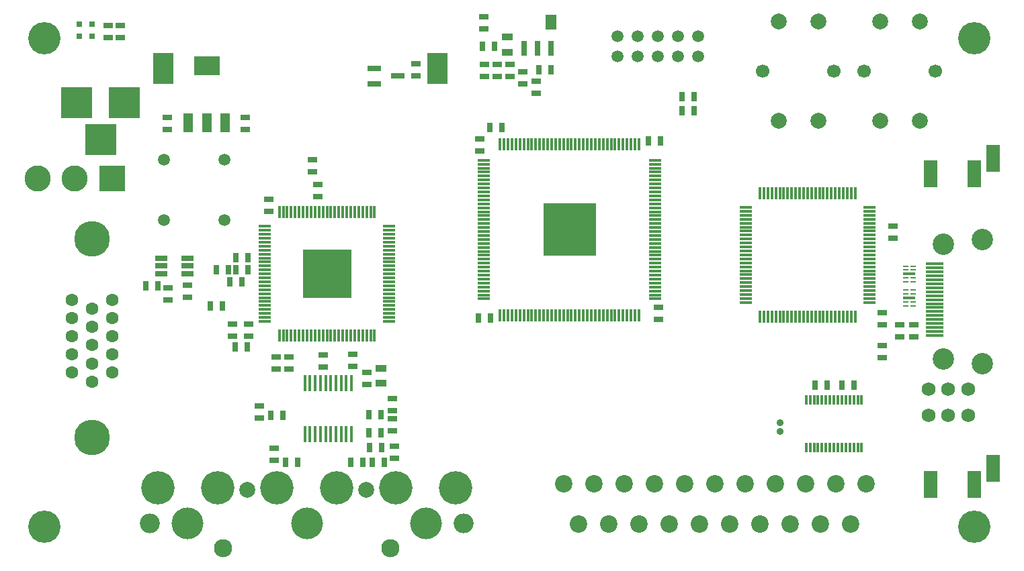
<source format=gts>
G04 #@! TF.FileFunction,Soldermask,Top*
%FSLAX46Y46*%
G04 Gerber Fmt 4.6, Leading zero omitted, Abs format (unit mm)*
G04 Created by KiCad (PCBNEW 4.0.5+dfsg1-4) date Mon Jul  3 23:41:30 2017*
%MOMM*%
%LPD*%
G01*
G04 APERTURE LIST*
%ADD10C,0.150000*%
%ADD11R,0.300000X1.200000*%
%ADD12R,0.700000X1.900000*%
%ADD13R,1.400000X1.900000*%
%ADD14C,1.506220*%
%ADD15C,4.064000*%
%ADD16C,1.500000*%
%ADD17R,1.560000X0.650000*%
%ADD18C,1.600000*%
%ADD19C,4.500000*%
%ADD20R,1.200000X2.400000*%
%ADD21R,3.300000X2.400000*%
%ADD22R,1.800860X0.800100*%
%ADD23R,0.400000X2.000000*%
%ADD24R,0.300000X1.600000*%
%ADD25R,1.600000X0.300000*%
%ADD26C,2.200000*%
%ADD27C,2.000000*%
%ADD28C,1.700000*%
%ADD29C,2.300000*%
%ADD30C,4.200000*%
%ADD31C,4.000000*%
%ADD32O,2.500000X2.500000*%
%ADD33R,4.000000X4.000000*%
%ADD34R,0.797560X0.797560*%
%ADD35R,1.397000X0.889000*%
%ADD36R,1.143000X0.635000*%
%ADD37R,0.635000X1.143000*%
%ADD38R,1.700000X3.500000*%
%ADD39R,3.300000X3.300000*%
%ADD40C,3.300000*%
%ADD41R,2.500000X4.000000*%
%ADD42R,6.700000X6.700000*%
%ADD43C,0.690000*%
%ADD44R,6.200000X6.200000*%
%ADD45C,2.700000*%
%ADD46R,2.200000X0.300000*%
%ADD47C,1.750000*%
%ADD48R,1.600000X0.400000*%
%ADD49R,0.700000X0.200000*%
%ADD50C,0.900000*%
G04 APERTURE END LIST*
D10*
D11*
X107122000Y-72230000D03*
X107622000Y-72230000D03*
X108122000Y-72230000D03*
X108622000Y-72230000D03*
X109122000Y-72230000D03*
X109622000Y-72230000D03*
X110122000Y-72230000D03*
X110622000Y-72230000D03*
X111122000Y-72230000D03*
X111622000Y-72230000D03*
X112122000Y-72230000D03*
X112622000Y-72230000D03*
X113122000Y-72230000D03*
X113622000Y-72230000D03*
X114122000Y-72230000D03*
X114122000Y-66230000D03*
X113622000Y-66230000D03*
X113122000Y-66230000D03*
X112622000Y-66230000D03*
X112122000Y-66230000D03*
X111622000Y-66230000D03*
X111122000Y-66230000D03*
X110622000Y-66230000D03*
X110122000Y-66230000D03*
X109622000Y-66230000D03*
X109122000Y-66230000D03*
X108622000Y-66230000D03*
X108122000Y-66230000D03*
X107622000Y-66230000D03*
X107122000Y-66230000D03*
D12*
X74964100Y-21860500D03*
X73264100Y-21860500D03*
X71564100Y-21860500D03*
D13*
X74944100Y-18510500D03*
D14*
X93480000Y-20320000D03*
X93480000Y-22860000D03*
X90940000Y-20320000D03*
X90940000Y-22860000D03*
X88400000Y-20320000D03*
X88400000Y-22860000D03*
X85860000Y-20320000D03*
X85860000Y-22860000D03*
X83320000Y-20320000D03*
X83320000Y-22860000D03*
D15*
X11130000Y-20600000D03*
X11130000Y-82200000D03*
X128300000Y-82200000D03*
X128300000Y-20600000D03*
D16*
X33804500Y-43509300D03*
X33804500Y-35889300D03*
X26184500Y-35889300D03*
X26184500Y-43509300D03*
D17*
X29143300Y-49287800D03*
X25843300Y-48337800D03*
X25843300Y-49287800D03*
X25843300Y-50237800D03*
X29143300Y-50237800D03*
X29143300Y-48337800D03*
D18*
X17155500Y-59295400D03*
X17155500Y-57005400D03*
X17155500Y-54715400D03*
X19695500Y-62735400D03*
X19695500Y-60445400D03*
X19695500Y-58155400D03*
X19695500Y-55865400D03*
X19695500Y-53575400D03*
X17155500Y-63875400D03*
X17155500Y-61585400D03*
X14615500Y-62735400D03*
X14615500Y-60445400D03*
X14615500Y-58155400D03*
X14615500Y-55865400D03*
X14615500Y-53575400D03*
D19*
X17155500Y-70915400D03*
X17155500Y-45915400D03*
D20*
X31577000Y-31256000D03*
X29277000Y-31256000D03*
X33877000Y-31256000D03*
D21*
X31577000Y-24056000D03*
D22*
X52691860Y-24379000D03*
X52691860Y-26279000D03*
X55694140Y-25329000D03*
D23*
X43963000Y-70544000D03*
X44613000Y-70544000D03*
X45263000Y-70544000D03*
X45913000Y-70544000D03*
X46563000Y-70544000D03*
X47213000Y-70544000D03*
X47863000Y-70544000D03*
X48513000Y-70544000D03*
X49163000Y-70544000D03*
X49813000Y-70544000D03*
X49813000Y-64104000D03*
X49163000Y-64104000D03*
X48513000Y-64104000D03*
X47863000Y-64104000D03*
X47213000Y-64104000D03*
X46563000Y-64104000D03*
X45913000Y-64104000D03*
X45263000Y-64104000D03*
X44613000Y-64104000D03*
X43963000Y-64104000D03*
D24*
X101300000Y-55700000D03*
X101800000Y-55700000D03*
X102300000Y-55700000D03*
X102800000Y-55700000D03*
X103300000Y-55700000D03*
X103800000Y-55700000D03*
X104300000Y-55700000D03*
X104800000Y-55700000D03*
X105300000Y-55700000D03*
X105800000Y-55700000D03*
X106300000Y-55700000D03*
X106800000Y-55700000D03*
X107300000Y-55700000D03*
X107800000Y-55700000D03*
X108300000Y-55700000D03*
X108800000Y-55700000D03*
X109300000Y-55700000D03*
X109800000Y-55700000D03*
X110300000Y-55700000D03*
X110800000Y-55700000D03*
X111300000Y-55700000D03*
X111800000Y-55700000D03*
X112300000Y-55700000D03*
X112800000Y-55700000D03*
X113300000Y-55700000D03*
D25*
X115100000Y-53900000D03*
X115100000Y-53400000D03*
X115100000Y-52900000D03*
X115100000Y-52400000D03*
X115100000Y-51900000D03*
X115100000Y-51400000D03*
X115100000Y-50900000D03*
X115100000Y-50400000D03*
X115100000Y-49900000D03*
X115100000Y-49400000D03*
X115100000Y-48900000D03*
X115100000Y-48400000D03*
X115100000Y-47900000D03*
X115100000Y-47400000D03*
X115100000Y-46900000D03*
X115100000Y-46400000D03*
X115100000Y-45900000D03*
X115100000Y-45400000D03*
X115100000Y-44900000D03*
X115100000Y-44400000D03*
X115100000Y-43900000D03*
X115100000Y-43400000D03*
X115100000Y-42900000D03*
X115100000Y-42400000D03*
X115100000Y-41900000D03*
D24*
X113300000Y-40100000D03*
X112800000Y-40100000D03*
X112300000Y-40100000D03*
X111800000Y-40100000D03*
X111300000Y-40100000D03*
X110800000Y-40100000D03*
X110300000Y-40100000D03*
X109800000Y-40100000D03*
X109300000Y-40100000D03*
X108800000Y-40100000D03*
X108300000Y-40100000D03*
X107800000Y-40100000D03*
X107300000Y-40100000D03*
X106800000Y-40100000D03*
X106300000Y-40100000D03*
X105800000Y-40100000D03*
X105300000Y-40100000D03*
X104800000Y-40100000D03*
X104300000Y-40100000D03*
X103800000Y-40100000D03*
X103300000Y-40100000D03*
X102800000Y-40100000D03*
X102300000Y-40100000D03*
X101800000Y-40100000D03*
X101300000Y-40100000D03*
D25*
X99500000Y-41900000D03*
X99500000Y-42400000D03*
X99500000Y-42900000D03*
X99500000Y-43400000D03*
X99500000Y-43900000D03*
X99500000Y-44400000D03*
X99500000Y-44900000D03*
X99500000Y-45400000D03*
X99500000Y-45900000D03*
X99500000Y-46400000D03*
X99500000Y-46900000D03*
X99500000Y-47400000D03*
X99500000Y-47900000D03*
X99500000Y-48400000D03*
X99500000Y-48900000D03*
X99500000Y-49400000D03*
X99500000Y-49900000D03*
X99500000Y-50400000D03*
X99500000Y-50900000D03*
X99500000Y-51400000D03*
X99500000Y-51900000D03*
X99500000Y-52400000D03*
X99500000Y-52900000D03*
X99500000Y-53400000D03*
X99500000Y-53900000D03*
D26*
X112754600Y-81821200D03*
X110849600Y-76741200D03*
X108944600Y-81821200D03*
X107039600Y-76741200D03*
X105134600Y-81821200D03*
X103229600Y-76741200D03*
X101324600Y-81821200D03*
X99419600Y-76741200D03*
X97514600Y-81821200D03*
X95609600Y-76741200D03*
X93704600Y-81821200D03*
X91799600Y-76741200D03*
X78464600Y-81821200D03*
X87989600Y-76741200D03*
X89894600Y-81821200D03*
X84179600Y-76741200D03*
X86084600Y-81821200D03*
X80369600Y-76741200D03*
X82274600Y-81821200D03*
X76559600Y-76741200D03*
X114659600Y-76741200D03*
D27*
X103631000Y-18450000D03*
X108631000Y-18450000D03*
X103631000Y-30950000D03*
X108631000Y-30950000D03*
D28*
X110631000Y-24700000D03*
X101631000Y-24700000D03*
D27*
X116418000Y-18450000D03*
X121418000Y-18450000D03*
X116418000Y-30950000D03*
X121418000Y-30950000D03*
D28*
X123418000Y-24700000D03*
X114418000Y-24700000D03*
D27*
X51696000Y-77576200D03*
X36696000Y-77576200D03*
D29*
X33662620Y-84920720D03*
X54729380Y-84920720D03*
D30*
X55446000Y-77276200D03*
X62946000Y-77276200D03*
X25446000Y-77276200D03*
X32946000Y-77276200D03*
D31*
X29196000Y-81776200D03*
X44196000Y-81776200D03*
X59196000Y-81776200D03*
D32*
X63996000Y-81776200D03*
X24396000Y-81776200D03*
D30*
X47946000Y-77276200D03*
X40446000Y-77276200D03*
D33*
X21202140Y-28649000D03*
X15202660Y-28649000D03*
X18202400Y-33348000D03*
D34*
X17179000Y-18795700D03*
X17179000Y-20294300D03*
X15549000Y-18795700D03*
X15549000Y-20294300D03*
D35*
X69494000Y-20408500D03*
X69494000Y-22313500D03*
X53538000Y-64107500D03*
X53538000Y-62202500D03*
D36*
X38262900Y-68477500D03*
X38262900Y-66953500D03*
D37*
X52410700Y-74078200D03*
X53934700Y-74078200D03*
D36*
X55280900Y-72008100D03*
X55280900Y-73532100D03*
X55001500Y-70128500D03*
X55001500Y-68604500D03*
X54997000Y-67547000D03*
X54997000Y-66023000D03*
X40104000Y-73777000D03*
X40104000Y-72253000D03*
D37*
X35301000Y-49779000D03*
X36825000Y-49779000D03*
X25397800Y-51764300D03*
X23873800Y-51764300D03*
D36*
X39370000Y-40894000D03*
X39370000Y-42418000D03*
X44931000Y-37368000D03*
X44931000Y-35844000D03*
X45616200Y-39013500D03*
X45616200Y-40537500D03*
D37*
X91463200Y-29666300D03*
X92987200Y-29666300D03*
D36*
X116693000Y-55199000D03*
X116693000Y-56723000D03*
X66609300Y-25399100D03*
X66609300Y-23875100D03*
X68222200Y-25411800D03*
X68222200Y-23887800D03*
X69835100Y-25411800D03*
X69835100Y-23887800D03*
X71448000Y-26288100D03*
X71448000Y-24764100D03*
X73086300Y-27520000D03*
X73086300Y-25996000D03*
D37*
X73467300Y-24548200D03*
X74991300Y-24548200D03*
X67866600Y-21551000D03*
X66342600Y-21551000D03*
D36*
X19159000Y-18929000D03*
X19159000Y-20453000D03*
X20709000Y-18925000D03*
X20709000Y-20449000D03*
X57912000Y-23754000D03*
X57912000Y-25278000D03*
D37*
X35138700Y-59536700D03*
X36662700Y-59536700D03*
D36*
X116690000Y-60902000D03*
X116690000Y-59378000D03*
X120690000Y-58262000D03*
X120690000Y-56738000D03*
X118930000Y-58262000D03*
X118930000Y-56738000D03*
D37*
X39634500Y-68172700D03*
X41158500Y-68172700D03*
X51280400Y-74066000D03*
X49756400Y-74066000D03*
X53604500Y-72224000D03*
X52080500Y-72224000D03*
X53579100Y-70357100D03*
X52055100Y-70357100D03*
X53579100Y-68058400D03*
X52055100Y-68058400D03*
D36*
X40358400Y-62267200D03*
X40358400Y-60743200D03*
D37*
X41539000Y-74066000D03*
X43063000Y-74066000D03*
D36*
X34872000Y-58177800D03*
X34872000Y-56653800D03*
D37*
X32078000Y-54317000D03*
X33602000Y-54317000D03*
X36039000Y-51283000D03*
X34515000Y-51283000D03*
X32766000Y-49779000D03*
X34290000Y-49779000D03*
X36824000Y-48265000D03*
X35300000Y-48265000D03*
D36*
X26705900Y-52018300D03*
X26705900Y-53542300D03*
X26645000Y-32075000D03*
X26645000Y-30551000D03*
X66000000Y-34762000D03*
X66000000Y-33238000D03*
D37*
X68762000Y-31800000D03*
X67238000Y-31800000D03*
X67362000Y-55900000D03*
X65838000Y-55900000D03*
D36*
X66520400Y-17868000D03*
X66520400Y-19392000D03*
D37*
X92974500Y-27888300D03*
X91450500Y-27888300D03*
X87259000Y-33498000D03*
X88783000Y-33498000D03*
D36*
X88500000Y-54538000D03*
X88500000Y-56062000D03*
X118040000Y-44248000D03*
X118040000Y-45772000D03*
X36405000Y-32080000D03*
X36405000Y-30556000D03*
X51763000Y-64252000D03*
X51763000Y-62728000D03*
X29144300Y-51713500D03*
X29144300Y-53237500D03*
X46225800Y-62013200D03*
X46225800Y-60489200D03*
X49985000Y-61987800D03*
X49985000Y-60463800D03*
X41958600Y-62267200D03*
X41958600Y-60743200D03*
X36827800Y-56628400D03*
X36827800Y-58152400D03*
D38*
X122806000Y-76830000D03*
X128306000Y-76830000D03*
X130706000Y-74830000D03*
D39*
X19666000Y-38298000D03*
D40*
X14966000Y-38298000D03*
X10266000Y-38298000D03*
D41*
X60676200Y-24406600D03*
X26076200Y-24406600D03*
D37*
X111648000Y-64350000D03*
X113172000Y-64350000D03*
X109797000Y-64359000D03*
X108273000Y-64359000D03*
D38*
X122798000Y-37676000D03*
X128298000Y-37676000D03*
X130698000Y-35676000D03*
D24*
X86050000Y-33900000D03*
X85550000Y-33900000D03*
X85050000Y-33900000D03*
X84550000Y-33900000D03*
X84050000Y-33900000D03*
X83550000Y-33900000D03*
X83050000Y-33900000D03*
X82550000Y-33900000D03*
X82050000Y-33900000D03*
X81550000Y-33900000D03*
X81050000Y-33900000D03*
X80550000Y-33900000D03*
X80050000Y-33900000D03*
X79550000Y-33900000D03*
X79050000Y-33900000D03*
X78550000Y-33900000D03*
X78050000Y-33900000D03*
X77550000Y-33900000D03*
X77050000Y-33900000D03*
X76550000Y-33900000D03*
X76050000Y-33900000D03*
X75550000Y-33900000D03*
X75050000Y-33900000D03*
X74550000Y-33900000D03*
X74050000Y-33900000D03*
X73550000Y-33900000D03*
X73050000Y-33900000D03*
X72550000Y-33900000D03*
X72050000Y-33900000D03*
X71550000Y-33900000D03*
X71050000Y-33900000D03*
X70550000Y-33900000D03*
X70050000Y-33900000D03*
X69550000Y-33900000D03*
X69050000Y-33900000D03*
X68550000Y-33900000D03*
D25*
X66500000Y-35950000D03*
X66500000Y-36450000D03*
X66500000Y-36950000D03*
X66500000Y-37450000D03*
X66500000Y-37950000D03*
X66500000Y-38450000D03*
X66500000Y-38950000D03*
X66500000Y-39450000D03*
X66500000Y-39950000D03*
X66500000Y-40450000D03*
X66500000Y-40950000D03*
X66500000Y-41450000D03*
X66500000Y-41950000D03*
X66500000Y-42450000D03*
X66500000Y-42950000D03*
X66500000Y-43450000D03*
X66500000Y-43950000D03*
X66500000Y-44450000D03*
X66500000Y-44950000D03*
X66500000Y-45450000D03*
X66500000Y-45950000D03*
X66500000Y-46450000D03*
X66500000Y-46950000D03*
X66500000Y-47450000D03*
X66500000Y-47950000D03*
X66500000Y-48450000D03*
X66500000Y-48950000D03*
X66500000Y-49450000D03*
X66500000Y-49950000D03*
X66500000Y-50450000D03*
X66500000Y-50950000D03*
X66500000Y-51450000D03*
X66500000Y-51950000D03*
X66500000Y-52450000D03*
X66500000Y-52950000D03*
X66500000Y-53450000D03*
D24*
X68550000Y-55500000D03*
X69050000Y-55500000D03*
X69550000Y-55500000D03*
X70050000Y-55500000D03*
X70550000Y-55500000D03*
X71050000Y-55500000D03*
X71550000Y-55500000D03*
X72050000Y-55500000D03*
X72550000Y-55500000D03*
X73050000Y-55500000D03*
X73550000Y-55500000D03*
X74050000Y-55500000D03*
X74550000Y-55500000D03*
X75050000Y-55500000D03*
X75550000Y-55500000D03*
X76050000Y-55500000D03*
X76550000Y-55500000D03*
X77050000Y-55500000D03*
X77550000Y-55500000D03*
X78050000Y-55500000D03*
X78550000Y-55500000D03*
X79050000Y-55500000D03*
X79550000Y-55500000D03*
X80050000Y-55500000D03*
X80550000Y-55500000D03*
X81050000Y-55500000D03*
X81550000Y-55500000D03*
X82050000Y-55500000D03*
X82550000Y-55500000D03*
X83050000Y-55500000D03*
X83550000Y-55500000D03*
X84050000Y-55500000D03*
X84550000Y-55500000D03*
X85050000Y-55500000D03*
X85550000Y-55500000D03*
X86050000Y-55500000D03*
D25*
X88100000Y-53450000D03*
X88100000Y-52950000D03*
X88100000Y-52450000D03*
X88100000Y-51950000D03*
X88100000Y-51450000D03*
X88100000Y-50950000D03*
X88100000Y-50450000D03*
X88100000Y-49950000D03*
X88100000Y-49450000D03*
X88100000Y-48950000D03*
X88100000Y-48450000D03*
X88100000Y-47950000D03*
X88100000Y-47450000D03*
X88100000Y-46950000D03*
X88100000Y-46450000D03*
X88100000Y-45950000D03*
X88100000Y-45450000D03*
X88100000Y-44950000D03*
X88100000Y-44450000D03*
X88100000Y-43950000D03*
X88100000Y-43450000D03*
X88100000Y-42950000D03*
X88100000Y-42450000D03*
X88100000Y-41950000D03*
X88100000Y-41450000D03*
X88100000Y-40950000D03*
X88100000Y-40450000D03*
X88100000Y-39950000D03*
X88100000Y-39450000D03*
X88100000Y-38950000D03*
X88100000Y-38450000D03*
X88100000Y-37950000D03*
X88100000Y-37450000D03*
X88100000Y-36950000D03*
X88100000Y-36450000D03*
X88100000Y-35950000D03*
D42*
X77300000Y-44700000D03*
D43*
X79850000Y-42150000D03*
X79850000Y-43000000D03*
X79850000Y-43850000D03*
X79850000Y-44700000D03*
X79850000Y-45550000D03*
X79850000Y-46400000D03*
X79850000Y-47250000D03*
X79000000Y-42150000D03*
X79000000Y-43000000D03*
X79000000Y-43850000D03*
X79000000Y-44700000D03*
X79000000Y-45550000D03*
X79000000Y-46400000D03*
X79000000Y-47250000D03*
X78150000Y-42150000D03*
X78150000Y-43000000D03*
X78150000Y-46400000D03*
X78150000Y-47250000D03*
X77300000Y-42150000D03*
X77300000Y-43000000D03*
X77300000Y-46400000D03*
X77300000Y-47250000D03*
X76450000Y-42150000D03*
X76450000Y-43000000D03*
X76450000Y-46400000D03*
X76450000Y-47250000D03*
X75600000Y-42150000D03*
X75600000Y-43000000D03*
X75600000Y-43850000D03*
X75600000Y-44700000D03*
X75600000Y-45550000D03*
X75600000Y-46400000D03*
X75600000Y-47250000D03*
X74750000Y-42150000D03*
X74750000Y-43000000D03*
X74750000Y-43850000D03*
X74750000Y-44700000D03*
X74750000Y-45550000D03*
X74750000Y-46400000D03*
X74750000Y-47250000D03*
D26*
X77300000Y-44700000D03*
D24*
X40736000Y-58092000D03*
X41236000Y-58092000D03*
X41736000Y-58092000D03*
X42236000Y-58092000D03*
X42736000Y-58092000D03*
X43236000Y-58092000D03*
X43736000Y-58092000D03*
X44236000Y-58092000D03*
X44736000Y-58092000D03*
X45236000Y-58092000D03*
X45736000Y-58092000D03*
X46236000Y-58092000D03*
X46736000Y-58092000D03*
X47236000Y-58092000D03*
X47736000Y-58092000D03*
X48236000Y-58092000D03*
X48736000Y-58092000D03*
X49236000Y-58092000D03*
X49736000Y-58092000D03*
X50236000Y-58092000D03*
X50736000Y-58092000D03*
X51236000Y-58092000D03*
X51736000Y-58092000D03*
X52236000Y-58092000D03*
X52736000Y-58092000D03*
D25*
X54536000Y-56292000D03*
X54536000Y-55792000D03*
X54536000Y-55292000D03*
X54536000Y-54792000D03*
X54536000Y-54292000D03*
X54536000Y-53792000D03*
X54536000Y-53292000D03*
X54536000Y-52792000D03*
X54536000Y-52292000D03*
X54536000Y-51792000D03*
X54536000Y-51292000D03*
X54536000Y-50792000D03*
X54536000Y-50292000D03*
X54536000Y-49792000D03*
X54536000Y-49292000D03*
X54536000Y-48792000D03*
X54536000Y-48292000D03*
X54536000Y-47792000D03*
X54536000Y-47292000D03*
X54536000Y-46792000D03*
X54536000Y-46292000D03*
X54536000Y-45792000D03*
X54536000Y-45292000D03*
X54536000Y-44792000D03*
X54536000Y-44292000D03*
D24*
X52736000Y-42492000D03*
X52236000Y-42492000D03*
X51736000Y-42492000D03*
X51236000Y-42492000D03*
X50736000Y-42492000D03*
X50236000Y-42492000D03*
X49736000Y-42492000D03*
X49236000Y-42492000D03*
X48736000Y-42492000D03*
X48236000Y-42492000D03*
X47736000Y-42492000D03*
X47236000Y-42492000D03*
X46736000Y-42492000D03*
X46236000Y-42492000D03*
X45736000Y-42492000D03*
X45236000Y-42492000D03*
X44736000Y-42492000D03*
X44236000Y-42492000D03*
X43736000Y-42492000D03*
X43236000Y-42492000D03*
X42736000Y-42492000D03*
X42236000Y-42492000D03*
X41736000Y-42492000D03*
X41236000Y-42492000D03*
X40736000Y-42492000D03*
D25*
X38936000Y-44292000D03*
X38936000Y-44792000D03*
X38936000Y-45292000D03*
X38936000Y-45792000D03*
X38936000Y-46292000D03*
X38936000Y-46792000D03*
X38936000Y-47292000D03*
X38936000Y-47792000D03*
X38936000Y-48292000D03*
X38936000Y-48792000D03*
X38936000Y-49292000D03*
X38936000Y-49792000D03*
X38936000Y-50292000D03*
X38936000Y-50792000D03*
X38936000Y-51292000D03*
X38936000Y-51792000D03*
X38936000Y-52292000D03*
X38936000Y-52792000D03*
X38936000Y-53292000D03*
X38936000Y-53792000D03*
X38936000Y-54292000D03*
X38936000Y-54792000D03*
X38936000Y-55292000D03*
X38936000Y-55792000D03*
X38936000Y-56292000D03*
D44*
X46736000Y-50292000D03*
D43*
X44336000Y-52692000D03*
X44336000Y-51892000D03*
X44336000Y-51092000D03*
X44336000Y-50292000D03*
X44336000Y-49492000D03*
X44336000Y-48692000D03*
X44336000Y-47892000D03*
X45136000Y-52692000D03*
X45136000Y-51892000D03*
X45136000Y-51092000D03*
X45136000Y-50292000D03*
X45136000Y-49492000D03*
X45136000Y-48692000D03*
X45136000Y-47892000D03*
X45936000Y-52692000D03*
X45936000Y-51892000D03*
X45936000Y-48692000D03*
X45936000Y-47892000D03*
X46736000Y-52692000D03*
X46736000Y-51892000D03*
X46736000Y-48692000D03*
X46736000Y-47892000D03*
X47536000Y-52692000D03*
X47536000Y-51892000D03*
X47536000Y-48692000D03*
X47536000Y-47892000D03*
X48336000Y-52692000D03*
X48336000Y-51892000D03*
X48336000Y-51092000D03*
X48336000Y-50292000D03*
X48336000Y-49492000D03*
X48336000Y-48692000D03*
X48336000Y-47892000D03*
X49136000Y-52692000D03*
X49136000Y-51892000D03*
X49136000Y-51092000D03*
X49136000Y-50292000D03*
X49136000Y-49492000D03*
X49136000Y-48692000D03*
X49136000Y-47892000D03*
D27*
X46736000Y-50292000D03*
D45*
X124400000Y-46550000D03*
X124400000Y-61050000D03*
X129350000Y-61650000D03*
X129350000Y-45950000D03*
D46*
X123300000Y-49050000D03*
X123300000Y-49550000D03*
X123300000Y-50050000D03*
X123300000Y-50550000D03*
X123300000Y-51050000D03*
X123300000Y-51550000D03*
X123300000Y-52050000D03*
X123300000Y-52550000D03*
X123300000Y-53050000D03*
X123300000Y-53550000D03*
X123300000Y-54050000D03*
X123300000Y-54550000D03*
X123300000Y-55050000D03*
X123300000Y-55550000D03*
X123300000Y-56050000D03*
X123300000Y-56550000D03*
X123300000Y-57050000D03*
X123300000Y-57550000D03*
X123300000Y-58050000D03*
D47*
X127540000Y-64870000D03*
X125040000Y-64870000D03*
X122540000Y-64870000D03*
X127540000Y-68170000D03*
X125040000Y-68170000D03*
X122540000Y-68170000D03*
D48*
X120120000Y-53310000D03*
D49*
X120569700Y-54310000D03*
X120569700Y-53810000D03*
X120569700Y-52810000D03*
X120569700Y-52310000D03*
X119670300Y-54310000D03*
X119670300Y-53810000D03*
X119670300Y-52310000D03*
X119670300Y-52810000D03*
D48*
X120120000Y-53310000D03*
X120120000Y-50310000D03*
D49*
X120569700Y-51310000D03*
X120569700Y-50810000D03*
X120569700Y-49810000D03*
X120569700Y-49310000D03*
X119670300Y-51310000D03*
X119670300Y-50810000D03*
X119670300Y-49310000D03*
X119670300Y-49810000D03*
D48*
X120120000Y-50310000D03*
D50*
X103861000Y-70197000D03*
X103861000Y-69097000D03*
M02*

</source>
